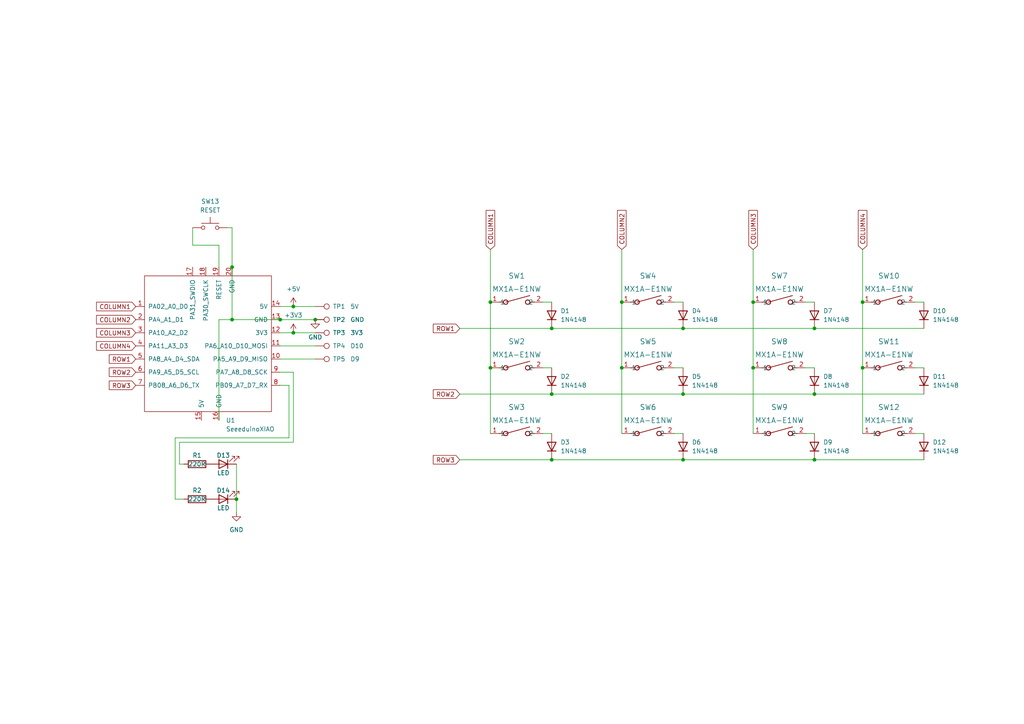
<source format=kicad_sch>
(kicad_sch (version 20211123) (generator eeschema)
  (paper "A4")
  (lib_symbols
    (symbol "Cherry_MX1:MX1A-E1NW" (pin_names (offset 0.254))
      (property "Reference" "SW" (at 0 3.81 0))
      (property "Value" "MX1A-E1NW" (at 0 7.62 0))
      (symbol "MX1A-E1NW_0_1"
        (circle (center -3.175 0) (radius 0.635) (stroke (width 0.254)))
        (polyline (pts (xy -5.08 0) (xy -3.81 0)) (stroke (width 0.2032)))
        (polyline (pts (xy -3.175 0) (xy 3.81 1.905)) (stroke (width 0.2032)))
        (polyline (pts (xy 5.08 0) (xy 3.81 0)) (stroke (width 0.2032)))
        (circle (center 3.175 0) (radius 0.635) (stroke (width 0.254)))
        (pin unspecified line (at -7.62 0 0) (length 2.54) (name "1") (number "1"))
        (pin unspecified line (at 7.62 0 180) (length 2.54) (name "2") (number "2"))
      )
    )
    (symbol "Connector:TestPoint" (pin_numbers hide) (pin_names (offset 0.762) hide)
      (property "Reference" "TP" (at 0 6.858 0))
      (property "Value" "TestPoint" (at 0 5.08 0))
      (symbol "TestPoint_0_1"
        (circle (center 0 3.302) (radius 0.762))
      )
      (symbol "TestPoint_1_1"
        (pin passive line (at 0 0 90) (length 2.54) (name "1") (number "1"))
      )
    )
    (symbol "Device:LED" (pin_numbers hide) (pin_names (offset 1.016) hide)
      (property "Reference" "D" (at 0 2.54 0))
      (property "Value" "LED" (at 0 -2.54 0))
      (symbol "LED_0_1"
        (polyline (pts (xy -1.27 -1.27) (xy -1.27 1.27)) (stroke (width 0.254)))
        (polyline (pts (xy -1.27 0) (xy 1.27 0)))
        (polyline (pts (xy 1.27 -1.27) (xy 1.27 1.27) (xy -1.27 0) (xy 1.27 -1.27)) (stroke (width 0.254)))
        (polyline (pts (xy -3.048 -0.762) (xy -4.572 -2.286) (xy -3.81 -2.286) (xy -4.572 -2.286) (xy -4.572 -1.524)))
        (polyline (pts (xy -1.778 -0.762) (xy -3.302 -2.286) (xy -2.54 -2.286) (xy -3.302 -2.286) (xy -3.302 -1.524)))
      )
      (symbol "LED_1_1"
        (pin passive line (at -3.81 0 0) (length 2.54) (name "K") (number "1"))
        (pin passive line (at 3.81 0 180) (length 2.54) (name "A") (number "2"))
      )
    )
    (symbol "Device:R" (pin_numbers hide) (pin_names (offset 0))
      (property "Reference" "R" (at 2.032 0 90))
      (property "Value" "R" (at 0 0 90))
      (symbol "R_0_1"
        (rectangle (start -1.016 -2.54) (end 1.016 2.54) (stroke (width 0.254)))
      )
      (symbol "R_1_1"
        (pin passive line (at 0 3.81 270) (length 1.27) (name "~") (number "1"))
        (pin passive line (at 0 -3.81 90) (length 1.27) (name "~") (number "2"))
      )
    )
    (symbol "Diode:1N4148" (pin_numbers hide) (pin_names (offset 1.016) hide)
      (property "Reference" "D" (at 0 2.54 0))
      (property "Value" "1N4148" (at 0 -2.54 0))
      (symbol "1N4148_0_1"
        (polyline (pts (xy -1.27 1.27) (xy -1.27 -1.27)) (stroke (width 0.254)))
        (polyline (pts (xy 1.27 0) (xy -1.27 0)))
        (polyline (pts (xy 1.27 1.27) (xy 1.27 -1.27) (xy -1.27 0) (xy 1.27 1.27)) (stroke (width 0.254)))
      )
      (symbol "1N4148_1_1"
        (pin passive line (at -3.81 0 0) (length 2.54) (name "K") (number "1"))
        (pin passive line (at 3.81 0 180) (length 2.54) (name "A") (number "2"))
      )
    )
    (symbol "Switch:SW_Push" (pin_numbers hide) (pin_names (offset 1.016) hide)
      (property "Reference" "SW" (at 1.27 2.54 0))
      (property "Value" "SW_Push" (at 0 -1.524 0))
      (symbol "SW_Push_0_1"
        (circle (center -2.032 0) (radius 0.508))
        (polyline (pts (xy 0 1.27) (xy 0 3.048)))
        (polyline (pts (xy 2.54 1.27) (xy -2.54 1.27)))
        (circle (center 2.032 0) (radius 0.508))
        (pin passive line (at -5.08 0 0) (length 2.54) (name "1") (number "1"))
        (pin passive line (at 5.08 0 180) (length 2.54) (name "2") (number "2"))
      )
    )
    (symbol "miscallaneous:SeeeduinoXIAO" (pin_names (offset 1.016))
      (property "Reference" "U" (at -19.05 22.86 0))
      (property "Value" "SeeeduinoXIAO" (at -12.7 21.59 0))
      (symbol "SeeeduinoXIAO_0_1"
        (rectangle (start -19.05 20.32) (end 17.78 -19.05))
      )
      (symbol "SeeeduinoXIAO_1_1"
        (pin unspecified line (at -21.59 11.43 0) (length 2.54) (name "PA02_A0_D0") (number "1"))
        (pin unspecified line (at 20.32 -3.81 180) (length 2.54) (name "PA5_A9_D9_MISO") (number "10"))
        (pin unspecified line (at 20.32 0 180) (length 2.54) (name "PA6_A10_D10_MOSI") (number "11"))
        (pin unspecified line (at 20.32 3.81 180) (length 2.54) (name "3V3") (number "12"))
        (pin unspecified line (at 20.32 7.62 180) (length 2.54) (name "GND") (number "13"))
        (pin unspecified line (at 20.32 11.43 180) (length 2.54) (name "5V") (number "14"))
        (pin input line (at -2.54 -21.59 90) (length 2.54) (name "5V") (number "15"))
        (pin input line (at 2.54 -21.59 90) (length 2.54) (name "GND") (number "16"))
        (pin input line (at -5.08 22.86 270) (length 2.54) (name "PA31_SWDIO") (number "17"))
        (pin input line (at -1.27 22.86 270) (length 2.54) (name "PA30_SWCLK") (number "18"))
        (pin input line (at 2.54 22.86 270) (length 2.54) (name "RESET") (number "19"))
        (pin unspecified line (at -21.59 7.62 0) (length 2.54) (name "PA4_A1_D1") (number "2"))
        (pin input line (at 6.35 22.86 270) (length 2.54) (name "GND") (number "20"))
        (pin unspecified line (at -21.59 3.81 0) (length 2.54) (name "PA10_A2_D2") (number "3"))
        (pin unspecified line (at -21.59 0 0) (length 2.54) (name "PA11_A3_D3") (number "4"))
        (pin unspecified line (at -21.59 -3.81 0) (length 2.54) (name "PA8_A4_D4_SDA") (number "5"))
        (pin unspecified line (at -21.59 -7.62 0) (length 2.54) (name "PA9_A5_D5_SCL") (number "6"))
        (pin unspecified line (at -21.59 -11.43 0) (length 2.54) (name "PB08_A6_D6_TX") (number "7"))
        (pin unspecified line (at 20.32 -11.43 180) (length 2.54) (name "PB09_A7_D7_RX") (number "8"))
        (pin unspecified line (at 20.32 -7.62 180) (length 2.54) (name "PA7_A8_D8_SCK") (number "9"))
      )
    )
    (symbol "power:+3V3" (power) (pin_names (offset 0))
      (property "Value" "+3V3" (at 0 3.556 0))
      (symbol "+3V3_0_1"
        (polyline (pts (xy -0.762 1.27) (xy 0 2.54)))
        (polyline (pts (xy 0 0) (xy 0 2.54)))
        (polyline (pts (xy 0 2.54) (xy 0.762 1.27)))
      )
      (symbol "+3V3_1_1"
        (pin power_in line (at 0 0 90) (length 0) hide (name "+3V3") (number "1"))
      )
    )
    (symbol "power:+5V" (power) (pin_names (offset 0))
      (property "Value" "+5V" (at 0 3.556 0))
      (symbol "+5V_0_1"
        (polyline (pts (xy -0.762 1.27) (xy 0 2.54)))
        (polyline (pts (xy 0 0) (xy 0 2.54)))
        (polyline (pts (xy 0 2.54) (xy 0.762 1.27)))
      )
      (symbol "+5V_1_1"
        (pin power_in line (at 0 0 90) (length 0) hide (name "+5V") (number "1"))
      )
    )
    (symbol "power:GND" (power) (pin_names (offset 0))
      (property "Value" "GND" (at 0 -3.81 0))
      (symbol "GND_0_1"
        (polyline (pts (xy 0 0) (xy 0 -1.27) (xy 1.27 -1.27) (xy 0 -2.54) (xy -1.27 -1.27) (xy 0 -1.27)))
      )
      (symbol "GND_1_1"
        (pin power_in line (at 0 0 270) (length 0) hide (name "GND") (number "1"))
      )
    )
  )
  (junction (at 236.22 95.25))
  (junction (at 142.24 106.68))
  (junction (at 180.34 106.68))
  (junction (at 198.12 133.35))
  (junction (at 85.09 88.9))
  (junction (at 91.44 92.71))
  (junction (at 160.02 95.25))
  (junction (at 198.12 114.3))
  (junction (at 67.31 92.71))
  (junction (at 218.44 87.63))
  (junction (at 180.34 87.63))
  (junction (at 236.22 133.35))
  (junction (at 198.12 95.25))
  (junction (at 142.24 87.63))
  (junction (at 250.19 87.63))
  (junction (at 85.09 96.52))
  (junction (at 67.31 77.47))
  (junction (at 160.02 133.35))
  (junction (at 160.02 114.3))
  (junction (at 250.19 106.68))
  (junction (at 81.28 92.71))
  (junction (at 236.22 114.3))
  (junction (at 218.44 106.68))
  (junction (at 68.58 144.78))
  (wire (pts (xy 85.09 128.27) (xy 85.09 107.95)))
  (wire (pts (xy 67.31 77.47) (xy 67.31 92.71)))
  (wire (pts (xy 67.31 92.71) (xy 81.28 92.71)))
  (wire (pts (xy 52.07 134.62) (xy 53.34 134.62)))
  (wire (pts (xy 66.04 66.04) (xy 67.31 66.04)))
  (wire (pts (xy 81.28 88.9) (xy 85.09 88.9)))
  (wire (pts (xy 198.12 87.63) (xy 195.58 87.63)))
  (wire (pts (xy 160.02 125.73) (xy 157.48 125.73)))
  (wire (pts (xy 250.19 106.68) (xy 250.19 125.73)))
  (wire (pts (xy 267.97 106.68) (xy 265.43 106.68)))
  (wire (pts (xy 142.24 87.63) (xy 142.24 106.68)))
  (wire (pts (xy 267.97 87.63) (xy 265.43 87.63)))
  (wire (pts (xy 68.58 148.59) (xy 68.58 144.78)))
  (wire (pts (xy 67.31 66.04) (xy 67.31 77.47)))
  (wire (pts (xy 63.5 121.92) (xy 63.5 92.71)))
  (wire (pts (xy 160.02 87.63) (xy 157.48 87.63)))
  (wire (pts (xy 133.35 95.25) (xy 160.02 95.25)))
  (wire (pts (xy 133.35 114.3) (xy 160.02 114.3)))
  (wire (pts (xy 52.07 134.62) (xy 52.07 128.27)))
  (wire (pts (xy 55.88 66.04) (xy 55.88 71.12)))
  (wire (pts (xy 250.19 72.39) (xy 250.19 87.63)))
  (wire (pts (xy 83.82 127) (xy 83.82 111.76)))
  (wire (pts (xy 236.22 125.73) (xy 233.68 125.73)))
  (wire (pts (xy 91.44 88.9) (xy 85.09 88.9)))
  (wire (pts (xy 53.34 144.78) (xy 50.8 144.78)))
  (wire (pts (xy 218.44 72.39) (xy 218.44 87.63)))
  (wire (pts (xy 85.09 96.52) (xy 91.44 96.52)))
  (wire (pts (xy 55.88 71.12) (xy 63.5 71.12)))
  (wire (pts (xy 180.34 106.68) (xy 180.34 125.73)))
  (wire (pts (xy 198.12 125.73) (xy 195.58 125.73)))
  (wire (pts (xy 63.5 92.71) (xy 67.31 92.71)))
  (wire (pts (xy 52.07 128.27) (xy 85.09 128.27)))
  (wire (pts (xy 50.8 127) (xy 83.82 127)))
  (wire (pts (xy 85.09 107.95) (xy 81.28 107.95)))
  (wire (pts (xy 180.34 87.63) (xy 180.34 106.68)))
  (wire (pts (xy 81.28 96.52) (xy 85.09 96.52)))
  (wire (pts (xy 133.35 133.35) (xy 160.02 133.35)))
  (wire (pts (xy 236.22 87.63) (xy 233.68 87.63)))
  (wire (pts (xy 218.44 106.68) (xy 218.44 125.73)))
  (wire (pts (xy 83.82 111.76) (xy 81.28 111.76)))
  (wire (pts (xy 198.12 95.25) (xy 236.22 95.25)))
  (wire (pts (xy 198.12 114.3) (xy 236.22 114.3)))
  (wire (pts (xy 50.8 144.78) (xy 50.8 127)))
  (wire (pts (xy 198.12 133.35) (xy 236.22 133.35)))
  (wire (pts (xy 236.22 106.68) (xy 233.68 106.68)))
  (wire (pts (xy 68.58 134.62) (xy 68.58 144.78)))
  (wire (pts (xy 81.28 92.71) (xy 91.44 92.71)))
  (wire (pts (xy 236.22 114.3) (xy 267.97 114.3)))
  (wire (pts (xy 180.34 72.39) (xy 180.34 87.63)))
  (wire (pts (xy 160.02 133.35) (xy 198.12 133.35)))
  (wire (pts (xy 142.24 72.39) (xy 142.24 87.63)))
  (wire (pts (xy 142.24 106.68) (xy 142.24 125.73)))
  (wire (pts (xy 91.44 104.14) (xy 81.28 104.14)))
  (wire (pts (xy 218.44 87.63) (xy 218.44 106.68)))
  (wire (pts (xy 236.22 133.35) (xy 267.97 133.35)))
  (wire (pts (xy 236.22 95.25) (xy 267.97 95.25)))
  (wire (pts (xy 250.19 87.63) (xy 250.19 106.68)))
  (wire (pts (xy 160.02 95.25) (xy 198.12 95.25)))
  (wire (pts (xy 91.44 100.33) (xy 81.28 100.33)))
  (wire (pts (xy 160.02 114.3) (xy 198.12 114.3)))
  (wire (pts (xy 63.5 71.12) (xy 63.5 77.47)))
  (wire (pts (xy 160.02 106.68) (xy 157.48 106.68)))
  (wire (pts (xy 267.97 125.73) (xy 265.43 125.73)))
  (wire (pts (xy 198.12 106.68) (xy 195.58 106.68)))
  (global_label "COLUMN3" (shape input) (at 39.37 96.52 180) (property "Intersheet References" "${INTERSHEET_REFS}" (effects hide)))
  (global_label "COLUMN2" (shape input) (at 180.34 72.39 90) (property "Intersheet References" "${INTERSHEET_REFS}" (effects hide)))
  (global_label "ROW3" (shape input) (at 133.35 133.35 180) (property "Intersheet References" "${INTERSHEET_REFS}" (effects hide)))
  (global_label "COLUMN1" (shape input) (at 142.24 72.39 90) (property "Intersheet References" "${INTERSHEET_REFS}" (effects hide)))
  (global_label "COLUMN1" (shape input) (at 39.37 88.9 180) (property "Intersheet References" "${INTERSHEET_REFS}" (effects hide)))
  (global_label "ROW2" (shape input) (at 39.37 107.95 180) (property "Intersheet References" "${INTERSHEET_REFS}" (effects hide)))
  (global_label "COLUMN4" (shape input) (at 39.37 100.33 180) (property "Intersheet References" "${INTERSHEET_REFS}" (effects hide)))
  (global_label "ROW1" (shape input) (at 133.35 95.25 180) (property "Intersheet References" "${INTERSHEET_REFS}" (effects hide)))
  (global_label "COLUMN4" (shape input) (at 250.19 72.39 90) (property "Intersheet References" "${INTERSHEET_REFS}" (effects hide)))
  (global_label "ROW2" (shape input) (at 133.35 114.3 180) (property "Intersheet References" "${INTERSHEET_REFS}" (effects hide)))
  (global_label "ROW3" (shape input) (at 39.37 111.76 180) (property "Intersheet References" "${INTERSHEET_REFS}" (effects hide)))
  (global_label "COLUMN3" (shape input) (at 218.44 72.39 90) (property "Intersheet References" "${INTERSHEET_REFS}" (effects hide)))
  (global_label "ROW1" (shape input) (at 39.37 104.14 180) (property "Intersheet References" "${INTERSHEET_REFS}" (effects hide)))
  (global_label "COLUMN2" (shape input) (at 39.37 92.71 180) (property "Intersheet References" "${INTERSHEET_REFS}" (effects hide)))
  (symbol (lib_id "Connector:TestPoint") (at 91.44 100.33 270) (unit 1)
    (property "Reference" "TP4" (at 96.52 100.33 90) (effects (justify left)))
    (property "Value" "D10" (at 101.6 100.33 90) (effects (justify left)))
    (property "Footprint" "TestPoint:TestPoint_Pad_D1.0mm" (effects hide))
  )
  (symbol (lib_id "power:+5V") (at 85.09 88.9 0) (unit 1)
    (property "Reference" "#PWR0103" (effects hide))
    (property "Value" "+5V" (at 85.09 83.82 0))
  )
  (symbol (lib_id "Connector:TestPoint") (at 91.44 88.9 270) (unit 1)
    (property "Reference" "TP1" (at 96.52 88.9 90) (effects (justify left)))
    (property "Value" "5V" (at 101.6 88.9 90) (effects (justify left)))
    (property "Footprint" "TestPoint:TestPoint_Pad_D1.0mm" (effects hide))
  )
  (symbol (lib_id "power:GND") (at 68.58 148.59 0) (unit 1)
    (property "Reference" "#PWR0104" (effects hide))
    (property "Value" "GND" (at 68.58 153.67 0))
  )
  (symbol (lib_id "Cherry_MX1:MX1A-E1NW") (at 149.86 87.63 0) (unit 1)
    (property "Reference" "SW1" (at 149.86 80.01 0) (effects (font (size 1.524 1.524))))
    (property "Value" "MX1A-E1NW" (at 149.86 83.82 0) (effects (font (size 1.524 1.524))))
    (property "Footprint" "miscellaneous:Cherry-MX1A-E1NW-0" (effects hide))
    (property "Datasheet" "MX1A-E1NW" (effects hide))
  )
  (symbol (lib_id "Cherry_MX1:MX1A-E1NW") (at 257.81 125.73 0) (unit 1)
    (property "Reference" "SW12" (at 257.81 118.11 0) (effects (font (size 1.524 1.524))))
    (property "Value" "MX1A-E1NW" (at 257.81 121.92 0) (effects (font (size 1.524 1.524))))
    (property "Footprint" "miscellaneous:Cherry-MX1A-E1NW-0" (effects hide))
    (property "Datasheet" "MX1A-E1NW" (effects hide))
  )
  (symbol (lib_id "Diode:1N4148") (at 267.97 129.54 90) (unit 1)
    (property "Reference" "D12" (at 270.51 128.2699 90) (effects (justify right)))
    (property "Value" "1N4148" (at 270.51 130.8099 90) (effects (justify right)))
    (property "Footprint" "Diode_SMD:D_MELF" (effects hide))
    (property "Datasheet" "https://assets.nexperia.com/documents/data-sheet/1N4148_1N4448.pdf" (effects hide))
  )
  (symbol (lib_id "Diode:1N4148") (at 267.97 110.49 90) (unit 1)
    (property "Reference" "D11" (at 270.51 109.2199 90) (effects (justify right)))
    (property "Value" "1N4148" (at 270.51 111.7599 90) (effects (justify right)))
    (property "Footprint" "Diode_SMD:D_MELF" (effects hide))
    (property "Datasheet" "https://assets.nexperia.com/documents/data-sheet/1N4148_1N4448.pdf" (effects hide))
  )
  (symbol (lib_id "Cherry_MX1:MX1A-E1NW") (at 149.86 106.68 0) (unit 1)
    (property "Reference" "SW2" (at 149.86 99.06 0) (effects (font (size 1.524 1.524))))
    (property "Value" "MX1A-E1NW" (at 149.86 102.87 0) (effects (font (size 1.524 1.524))))
    (property "Footprint" "miscellaneous:Cherry-MX1A-E1NW-0" (effects hide))
    (property "Datasheet" "MX1A-E1NW" (effects hide))
  )
  (symbol (lib_id "Diode:1N4148") (at 236.22 129.54 90) (unit 1)
    (property "Reference" "D9" (at 238.76 128.2699 90) (effects (justify right)))
    (property "Value" "1N4148" (at 238.76 130.8099 90) (effects (justify right)))
    (property "Footprint" "Diode_SMD:D_MELF" (effects hide))
    (property "Datasheet" "https://assets.nexperia.com/documents/data-sheet/1N4148_1N4448.pdf" (effects hide))
  )
  (symbol (lib_id "Diode:1N4148") (at 198.12 91.44 90) (unit 1)
    (property "Reference" "D4" (at 200.66 90.1699 90) (effects (justify right)))
    (property "Value" "1N4148" (at 200.66 92.7099 90) (effects (justify right)))
    (property "Footprint" "Diode_SMD:D_MELF" (effects hide))
    (property "Datasheet" "https://assets.nexperia.com/documents/data-sheet/1N4148_1N4448.pdf" (effects hide))
  )
  (symbol (lib_id "Cherry_MX1:MX1A-E1NW") (at 257.81 87.63 0) (unit 1)
    (property "Reference" "SW10" (at 257.81 80.01 0) (effects (font (size 1.524 1.524))))
    (property "Value" "MX1A-E1NW" (at 257.81 83.82 0) (effects (font (size 1.524 1.524))))
    (property "Footprint" "miscellaneous:Cherry-MX1A-E1NW-0" (effects hide))
    (property "Datasheet" "MX1A-E1NW" (effects hide))
  )
  (symbol (lib_id "Cherry_MX1:MX1A-E1NW") (at 187.96 125.73 0) (unit 1)
    (property "Reference" "SW6" (at 187.96 118.11 0) (effects (font (size 1.524 1.524))))
    (property "Value" "MX1A-E1NW" (at 187.96 121.92 0) (effects (font (size 1.524 1.524))))
    (property "Footprint" "miscellaneous:Cherry-MX1A-E1NW-0" (effects hide))
    (property "Datasheet" "MX1A-E1NW" (effects hide))
  )
  (symbol (lib_id "Switch:SW_Push") (at 60.96 66.04 0) (unit 1)
    (property "Reference" "SW13" (at 60.96 58.42 0))
    (property "Value" "RESET" (at 60.96 60.96 0))
    (property "Footprint" "miscellaneous:5x5mm SMD Button" (effects hide))
  )
  (symbol (lib_id "Cherry_MX1:MX1A-E1NW") (at 226.06 125.73 0) (unit 1)
    (property "Reference" "SW9" (at 226.06 118.11 0) (effects (font (size 1.524 1.524))))
    (property "Value" "MX1A-E1NW" (at 226.06 121.92 0) (effects (font (size 1.524 1.524))))
    (property "Footprint" "miscellaneous:Cherry-MX1A-E1NW-0" (effects hide))
    (property "Datasheet" "MX1A-E1NW" (effects hide))
  )
  (symbol (lib_id "Cherry_MX1:MX1A-E1NW") (at 257.81 106.68 0) (unit 1)
    (property "Reference" "SW11" (at 257.81 99.06 0) (effects (font (size 1.524 1.524))))
    (property "Value" "MX1A-E1NW" (at 257.81 102.87 0) (effects (font (size 1.524 1.524))))
    (property "Footprint" "miscellaneous:Cherry-MX1A-E1NW-0" (effects hide))
    (property "Datasheet" "MX1A-E1NW" (effects hide))
  )
  (symbol (lib_id "Cherry_MX1:MX1A-E1NW") (at 149.86 125.73 0) (unit 1)
    (property "Reference" "SW3" (at 149.86 118.11 0) (effects (font (size 1.524 1.524))))
    (property "Value" "MX1A-E1NW" (at 149.86 121.92 0) (effects (font (size 1.524 1.524))))
    (property "Footprint" "miscellaneous:Cherry-MX1A-E1NW-0" (effects hide))
    (property "Datasheet" "MX1A-E1NW" (effects hide))
  )
  (symbol (lib_id "miscallaneous:SeeeduinoXIAO") (at 60.96 100.33 0) (unit 1)
    (property "Reference" "U1" (at 65.5194 121.92 0) (effects (justify left)))
    (property "Value" "SeeeduinoXIAO" (at 65.5194 124.46 0) (effects (justify left)))
    (property "Footprint" "miscellaneous:Seeeduino XIAO" (effects hide))
  )
  (symbol (lib_id "Cherry_MX1:MX1A-E1NW") (at 226.06 87.63 0) (unit 1)
    (property "Reference" "SW7" (at 226.06 80.01 0) (effects (font (size 1.524 1.524))))
    (property "Value" "MX1A-E1NW" (at 226.06 83.82 0) (effects (font (size 1.524 1.524))))
    (property "Footprint" "miscellaneous:Cherry-MX1A-E1NW-0" (effects hide))
    (property "Datasheet" "MX1A-E1NW" (effects hide))
  )
  (symbol (lib_id "Diode:1N4148") (at 160.02 91.44 90) (unit 1)
    (property "Reference" "D1" (at 162.56 90.1699 90) (effects (justify right)))
    (property "Value" "1N4148" (at 162.56 92.7099 90) (effects (justify right)))
    (property "Footprint" "Diode_SMD:D_MELF" (effects hide))
    (property "Datasheet" "https://assets.nexperia.com/documents/data-sheet/1N4148_1N4448.pdf" (effects hide))
  )
  (symbol (lib_id "power:+3V3") (at 85.09 96.52 0) (unit 1)
    (property "Reference" "#PWR0102" (effects hide))
    (property "Value" "+3V3" (at 85.09 91.44 0))
  )
  (symbol (lib_id "power:GND") (at 91.44 92.71 0) (unit 1)
    (property "Reference" "#PWR0101" (effects hide))
    (property "Value" "GND" (at 91.44 97.79 0))
  )
  (symbol (lib_id "Diode:1N4148") (at 160.02 110.49 90) (unit 1)
    (property "Reference" "D2" (at 162.56 109.2199 90) (effects (justify right)))
    (property "Value" "1N4148" (at 162.56 111.7599 90) (effects (justify right)))
    (property "Footprint" "Diode_SMD:D_MELF" (effects hide))
    (property "Datasheet" "https://assets.nexperia.com/documents/data-sheet/1N4148_1N4448.pdf" (effects hide))
  )
  (symbol (lib_id "Device:R") (at 57.15 144.78 90) (unit 1)
    (property "Reference" "R2" (at 57.15 142.24 90))
    (property "Value" "220R" (at 57.15 144.78 90))
    (property "Footprint" "Resistor_SMD:R_1206_3216Metric" (effects hide))
  )
  (symbol (lib_id "Diode:1N4148") (at 198.12 110.49 90) (unit 1)
    (property "Reference" "D5" (at 200.66 109.2199 90) (effects (justify right)))
    (property "Value" "1N4148" (at 200.66 111.7599 90) (effects (justify right)))
    (property "Footprint" "Diode_SMD:D_MELF" (effects hide))
    (property "Datasheet" "https://assets.nexperia.com/documents/data-sheet/1N4148_1N4448.pdf" (effects hide))
  )
  (symbol (lib_id "Diode:1N4148") (at 267.97 91.44 90) (unit 1)
    (property "Reference" "D10" (at 270.51 90.1699 90) (effects (justify right)))
    (property "Value" "1N4148" (at 270.51 92.7099 90) (effects (justify right)))
    (property "Footprint" "Diode_SMD:D_MELF" (effects hide))
    (property "Datasheet" "https://assets.nexperia.com/documents/data-sheet/1N4148_1N4448.pdf" (effects hide))
  )
  (symbol (lib_id "Connector:TestPoint") (at 91.44 104.14 270) (unit 1)
    (property "Reference" "TP5" (at 96.52 104.14 90) (effects (justify left)))
    (property "Value" "D9" (at 101.6 104.14 90) (effects (justify left)))
    (property "Footprint" "TestPoint:TestPoint_Pad_D1.0mm" (effects hide))
  )
  (symbol (lib_id "Connector:TestPoint") (at 91.44 92.71 270) (unit 1)
    (property "Reference" "TP2" (at 96.52 92.71 90) (effects (justify left)))
    (property "Value" "GND" (at 101.6 92.71 90) (effects (justify left)))
    (property "Footprint" "TestPoint:TestPoint_Pad_D1.0mm" (effects hide))
  )
  (symbol (lib_id "Diode:1N4148") (at 236.22 110.49 90) (unit 1)
    (property "Reference" "D8" (at 238.76 109.2199 90) (effects (justify right)))
    (property "Value" "1N4148" (at 238.76 111.7599 90) (effects (justify right)))
    (property "Footprint" "Diode_SMD:D_MELF" (effects hide))
    (property "Datasheet" "https://assets.nexperia.com/documents/data-sheet/1N4148_1N4448.pdf" (effects hide))
  )
  (symbol (lib_id "Diode:1N4148") (at 236.22 91.44 90) (unit 1)
    (property "Reference" "D7" (at 238.76 90.1699 90) (effects (justify right)))
    (property "Value" "1N4148" (at 238.76 92.7099 90) (effects (justify right)))
    (property "Footprint" "Diode_SMD:D_MELF" (effects hide))
    (property "Datasheet" "https://assets.nexperia.com/documents/data-sheet/1N4148_1N4448.pdf" (effects hide))
  )
  (symbol (lib_id "Diode:1N4148") (at 198.12 129.54 90) (unit 1)
    (property "Reference" "D6" (at 200.66 128.2699 90) (effects (justify right)))
    (property "Value" "1N4148" (at 200.66 130.8099 90) (effects (justify right)))
    (property "Footprint" "Diode_SMD:D_MELF" (effects hide))
    (property "Datasheet" "https://assets.nexperia.com/documents/data-sheet/1N4148_1N4448.pdf" (effects hide))
  )
  (symbol (lib_id "Connector:TestPoint") (at 91.44 96.52 270) (unit 1)
    (property "Reference" "TP3" (at 96.52 96.52 90) (effects (justify left)))
    (property "Value" "3V3" (at 101.6 96.52 90) (effects (justify left)))
    (property "Footprint" "TestPoint:TestPoint_Pad_D1.0mm" (effects hide))
  )
  (symbol (lib_id "Device:R") (at 57.15 134.62 90) (unit 1)
    (property "Reference" "R1" (at 57.15 132.08 90))
    (property "Value" "220R" (at 57.15 134.62 90))
    (property "Footprint" "Resistor_SMD:R_1206_3216Metric" (effects hide))
  )
  (symbol (lib_id "Device:LED") (at 64.77 144.78 180) (unit 1)
    (property "Reference" "D14" (at 64.77 142.24 0))
    (property "Value" "LED" (at 64.77 147.32 0))
    (property "Footprint" "LED_SMD:LED_0603_1608Metric" (effects hide))
  )
  (symbol (lib_id "Cherry_MX1:MX1A-E1NW") (at 226.06 106.68 0) (unit 1)
    (property "Reference" "SW8" (at 226.06 99.06 0) (effects (font (size 1.524 1.524))))
    (property "Value" "MX1A-E1NW" (at 226.06 102.87 0) (effects (font (size 1.524 1.524))))
    (property "Footprint" "miscellaneous:Cherry-MX1A-E1NW-0" (effects hide))
    (property "Datasheet" "MX1A-E1NW" (effects hide))
  )
  (symbol (lib_id "Device:LED") (at 64.77 134.62 180) (unit 1)
    (property "Reference" "D13" (at 64.77 132.08 0))
    (property "Value" "LED" (at 64.77 137.16 0))
    (property "Footprint" "LED_SMD:LED_0603_1608Metric" (effects hide))
  )
  (symbol (lib_id "Diode:1N4148") (at 160.02 129.54 90) (unit 1)
    (property "Reference" "D3" (at 162.56 128.2699 90) (effects (justify right)))
    (property "Value" "1N4148" (at 162.56 130.8099 90) (effects (justify right)))
    (property "Footprint" "Diode_SMD:D_MELF" (effects hide))
    (property "Datasheet" "https://assets.nexperia.com/documents/data-sheet/1N4148_1N4448.pdf" (effects hide))
  )
  (symbol (lib_id "Cherry_MX1:MX1A-E1NW") (at 187.96 106.68 0) (unit 1)
    (property "Reference" "SW5" (at 187.96 99.06 0) (effects (font (size 1.524 1.524))))
    (property "Value" "MX1A-E1NW" (at 187.96 102.87 0) (effects (font (size 1.524 1.524))))
    (property "Footprint" "miscellaneous:Cherry-MX1A-E1NW-0" (effects hide))
    (property "Datasheet" "MX1A-E1NW" (effects hide))
  )
  (symbol (lib_id "Cherry_MX1:MX1A-E1NW") (at 187.96 87.63 0) (unit 1)
    (property "Reference" "SW4" (at 187.96 80.01 0) (effects (font (size 1.524 1.524))))
    (property "Value" "MX1A-E1NW" (at 187.96 83.82 0) (effects (font (size 1.524 1.524))))
    (property "Footprint" "miscellaneous:Cherry-MX1A-E1NW-0" (effects hide))
    (property "Datasheet" "MX1A-E1NW" (effects hide))
  )
)
</source>
